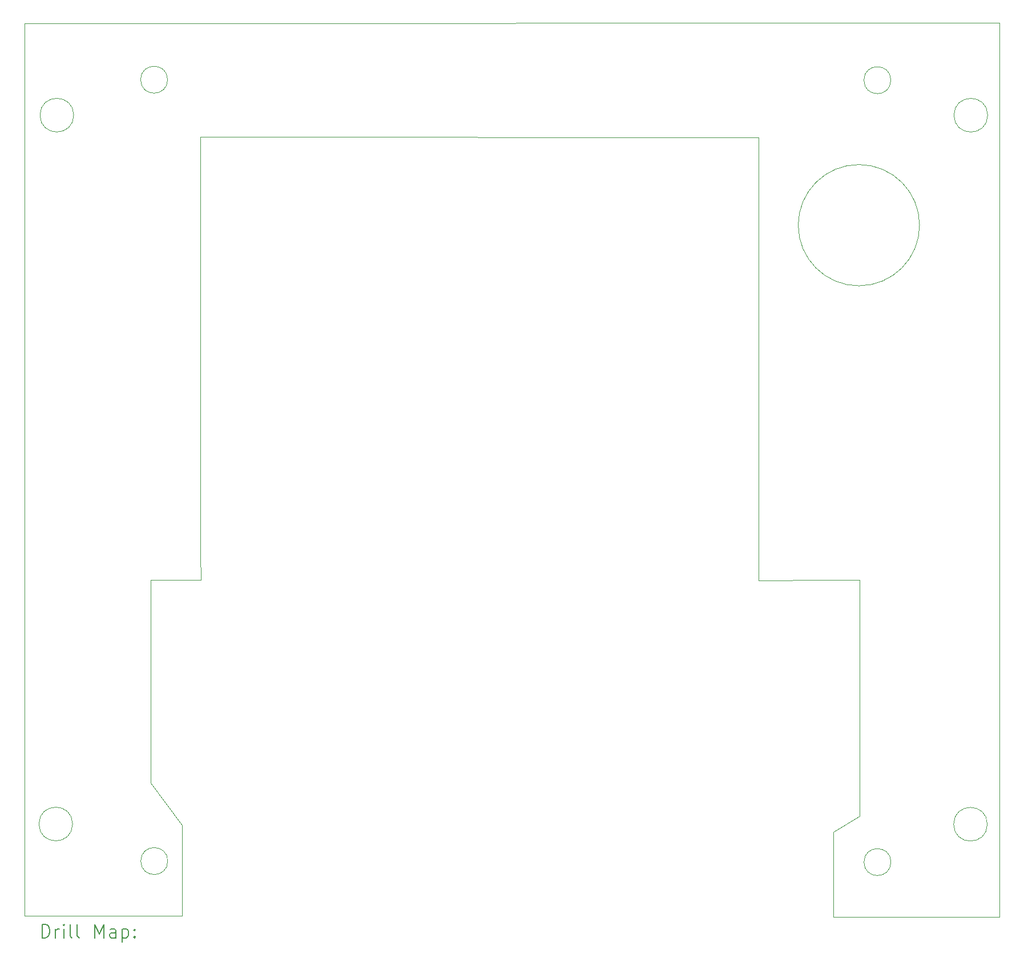
<source format=gbr>
%TF.GenerationSoftware,KiCad,Pcbnew,9.0.3*%
%TF.CreationDate,2025-07-31T04:13:42-06:00*%
%TF.ProjectId,ARC-210-Master-Board,4152432d-3231-4302-9d4d-61737465722d,rev?*%
%TF.SameCoordinates,Original*%
%TF.FileFunction,Drillmap*%
%TF.FilePolarity,Positive*%
%FSLAX45Y45*%
G04 Gerber Fmt 4.5, Leading zero omitted, Abs format (unit mm)*
G04 Created by KiCad (PCBNEW 9.0.3) date 2025-07-31 04:13:42*
%MOMM*%
%LPD*%
G01*
G04 APERTURE LIST*
%ADD10C,0.050000*%
%ADD11C,0.100000*%
%ADD12C,0.200000*%
G04 APERTURE END LIST*
D10*
X19289999Y-16054000D02*
X19290002Y-14799994D01*
X19678004Y-14557000D02*
X19290002Y-14799994D01*
X21756000Y-16054000D02*
X19289999Y-16054000D01*
X9628000Y-14694000D02*
X9628192Y-16044500D01*
X7295000Y-16044500D02*
X9628192Y-16044500D01*
X9166500Y-14064500D02*
X9628000Y-14694000D01*
X20145000Y-3634500D02*
G75*
G02*
X19745000Y-3634500I-200000J0D01*
G01*
X19745000Y-3634500D02*
G75*
G02*
X20145000Y-3634500I200000J0D01*
G01*
X8024000Y-4153000D02*
G75*
G02*
X7524000Y-4153000I-250000J0D01*
G01*
X7524000Y-4153000D02*
G75*
G02*
X8024000Y-4153000I250000J0D01*
G01*
X19678004Y-11057000D02*
X19678004Y-14557000D01*
X9166500Y-13187000D02*
X9166500Y-11057000D01*
X7295000Y-2787000D02*
X7295000Y-16044500D01*
D11*
X20571000Y-5787000D02*
G75*
G02*
X18771000Y-5787000I-900000J0D01*
G01*
X18771000Y-5787000D02*
G75*
G02*
X20571000Y-5787000I900000J0D01*
G01*
D10*
X21576000Y-14681000D02*
G75*
G02*
X21076000Y-14681000I-250000J0D01*
G01*
X21076000Y-14681000D02*
G75*
G02*
X21576000Y-14681000I250000J0D01*
G01*
X9906500Y-4479500D02*
X18186500Y-4487000D01*
X20146000Y-15243000D02*
G75*
G02*
X19746000Y-15243000I-200000J0D01*
G01*
X19746000Y-15243000D02*
G75*
G02*
X20146000Y-15243000I200000J0D01*
G01*
X21581000Y-4154000D02*
G75*
G02*
X21081000Y-4154000I-250000J0D01*
G01*
X21081000Y-4154000D02*
G75*
G02*
X21581000Y-4154000I250000J0D01*
G01*
X8008000Y-14678000D02*
G75*
G02*
X7508000Y-14678000I-250000J0D01*
G01*
X7508000Y-14678000D02*
G75*
G02*
X8008000Y-14678000I250000J0D01*
G01*
X9166500Y-13187000D02*
X9166500Y-14064500D01*
X9419000Y-15228000D02*
G75*
G02*
X9019000Y-15228000I-200000J0D01*
G01*
X9019000Y-15228000D02*
G75*
G02*
X9419000Y-15228000I200000J0D01*
G01*
X9901500Y-10667000D02*
X9906500Y-4479500D01*
X18181500Y-11062000D02*
X18181500Y-10667000D01*
X9907755Y-11057000D02*
X9901500Y-10667000D01*
X7295000Y-2787000D02*
X21756000Y-2786499D01*
X9907755Y-11057000D02*
X9166500Y-11057000D01*
X9416500Y-3627000D02*
G75*
G02*
X9016500Y-3627000I-200000J0D01*
G01*
X9016500Y-3627000D02*
G75*
G02*
X9416500Y-3627000I200000J0D01*
G01*
X21756000Y-2786499D02*
X21756000Y-16054000D01*
X19194000Y-11057000D02*
X19678004Y-11057000D01*
X18186500Y-4487000D02*
X18181500Y-10667000D01*
X19194000Y-11057000D02*
X18181500Y-11062000D01*
D12*
X7553277Y-16367984D02*
X7553277Y-16167984D01*
X7553277Y-16167984D02*
X7600896Y-16167984D01*
X7600896Y-16167984D02*
X7629467Y-16177508D01*
X7629467Y-16177508D02*
X7648515Y-16196555D01*
X7648515Y-16196555D02*
X7658039Y-16215603D01*
X7658039Y-16215603D02*
X7667562Y-16253698D01*
X7667562Y-16253698D02*
X7667562Y-16282269D01*
X7667562Y-16282269D02*
X7658039Y-16320365D01*
X7658039Y-16320365D02*
X7648515Y-16339412D01*
X7648515Y-16339412D02*
X7629467Y-16358460D01*
X7629467Y-16358460D02*
X7600896Y-16367984D01*
X7600896Y-16367984D02*
X7553277Y-16367984D01*
X7753277Y-16367984D02*
X7753277Y-16234650D01*
X7753277Y-16272746D02*
X7762801Y-16253698D01*
X7762801Y-16253698D02*
X7772324Y-16244174D01*
X7772324Y-16244174D02*
X7791372Y-16234650D01*
X7791372Y-16234650D02*
X7810420Y-16234650D01*
X7877086Y-16367984D02*
X7877086Y-16234650D01*
X7877086Y-16167984D02*
X7867562Y-16177508D01*
X7867562Y-16177508D02*
X7877086Y-16187031D01*
X7877086Y-16187031D02*
X7886610Y-16177508D01*
X7886610Y-16177508D02*
X7877086Y-16167984D01*
X7877086Y-16167984D02*
X7877086Y-16187031D01*
X8000896Y-16367984D02*
X7981848Y-16358460D01*
X7981848Y-16358460D02*
X7972324Y-16339412D01*
X7972324Y-16339412D02*
X7972324Y-16167984D01*
X8105658Y-16367984D02*
X8086610Y-16358460D01*
X8086610Y-16358460D02*
X8077086Y-16339412D01*
X8077086Y-16339412D02*
X8077086Y-16167984D01*
X8334229Y-16367984D02*
X8334229Y-16167984D01*
X8334229Y-16167984D02*
X8400896Y-16310841D01*
X8400896Y-16310841D02*
X8467563Y-16167984D01*
X8467563Y-16167984D02*
X8467563Y-16367984D01*
X8648515Y-16367984D02*
X8648515Y-16263222D01*
X8648515Y-16263222D02*
X8638991Y-16244174D01*
X8638991Y-16244174D02*
X8619944Y-16234650D01*
X8619944Y-16234650D02*
X8581848Y-16234650D01*
X8581848Y-16234650D02*
X8562801Y-16244174D01*
X8648515Y-16358460D02*
X8629467Y-16367984D01*
X8629467Y-16367984D02*
X8581848Y-16367984D01*
X8581848Y-16367984D02*
X8562801Y-16358460D01*
X8562801Y-16358460D02*
X8553277Y-16339412D01*
X8553277Y-16339412D02*
X8553277Y-16320365D01*
X8553277Y-16320365D02*
X8562801Y-16301317D01*
X8562801Y-16301317D02*
X8581848Y-16291793D01*
X8581848Y-16291793D02*
X8629467Y-16291793D01*
X8629467Y-16291793D02*
X8648515Y-16282269D01*
X8743753Y-16234650D02*
X8743753Y-16434650D01*
X8743753Y-16244174D02*
X8762801Y-16234650D01*
X8762801Y-16234650D02*
X8800896Y-16234650D01*
X8800896Y-16234650D02*
X8819944Y-16244174D01*
X8819944Y-16244174D02*
X8829467Y-16253698D01*
X8829467Y-16253698D02*
X8838991Y-16272746D01*
X8838991Y-16272746D02*
X8838991Y-16329888D01*
X8838991Y-16329888D02*
X8829467Y-16348936D01*
X8829467Y-16348936D02*
X8819944Y-16358460D01*
X8819944Y-16358460D02*
X8800896Y-16367984D01*
X8800896Y-16367984D02*
X8762801Y-16367984D01*
X8762801Y-16367984D02*
X8743753Y-16358460D01*
X8924705Y-16348936D02*
X8934229Y-16358460D01*
X8934229Y-16358460D02*
X8924705Y-16367984D01*
X8924705Y-16367984D02*
X8915182Y-16358460D01*
X8915182Y-16358460D02*
X8924705Y-16348936D01*
X8924705Y-16348936D02*
X8924705Y-16367984D01*
X8924705Y-16244174D02*
X8934229Y-16253698D01*
X8934229Y-16253698D02*
X8924705Y-16263222D01*
X8924705Y-16263222D02*
X8915182Y-16253698D01*
X8915182Y-16253698D02*
X8924705Y-16244174D01*
X8924705Y-16244174D02*
X8924705Y-16263222D01*
M02*

</source>
